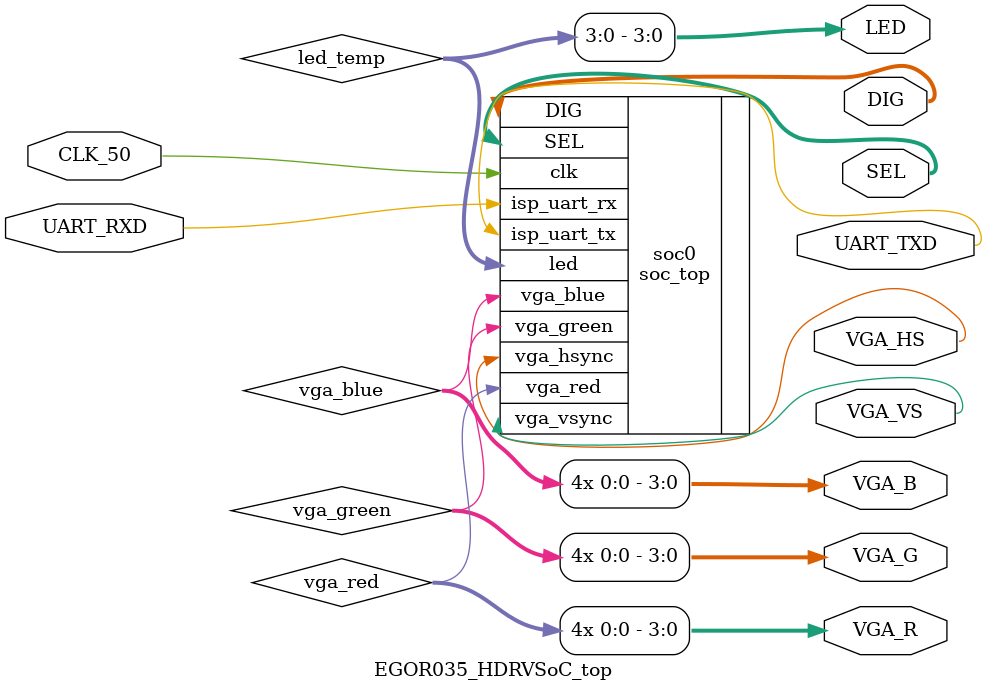
<source format=v>

module EGOR035_HDRVSoC_top(

////////////CLOCK//////////
input 		          		CLK_50,

//////////SEG8//////////
output 		   [7:0]       	SEL,
output 		   [7:0]     	DIG,

////////////KEY//////////
//input 		     [3:0]		KEY,

////////////VGA//////////
output		     [3:0]		VGA_B,
output		     [3:0]		VGA_G,
output		          		VGA_HS,
output		     [3:0]		VGA_R,
output		          		VGA_VS,

////////////LED//////////
output		     [3:0]		LED,

////////////Serial Port//////////
output 		          		UART_TXD,
input 		          		UART_RXD 

);

wire [31:0] led_temp;

//=======================================================
//  REG/WIRE declarations
wire clk;
//=======================================================
wire vga_red, vga_green, vga_blue;
assign VGA_R = {4{vga_red}};
assign VGA_G = {4{vga_green}};
assign VGA_B = {4{vga_blue}};

soc_top soc0(
    .clk              ( CLK_50    ),
    .isp_uart_rx      ( UART_RXD  ),
    .isp_uart_tx      ( UART_TXD  ),
    .SEL      		  ( SEL       ),
    .DIG      		  ( DIG       ),
    .vga_hsync        ( VGA_HS    ),
    .vga_vsync        ( VGA_VS    ),
    .vga_red          ( vga_red   ),
    .vga_green        ( vga_green ),
    .vga_blue         ( vga_blue  ),
	.led			  (led_temp   )
);

assign LED = led_temp[3:0];

endmodule

</source>
